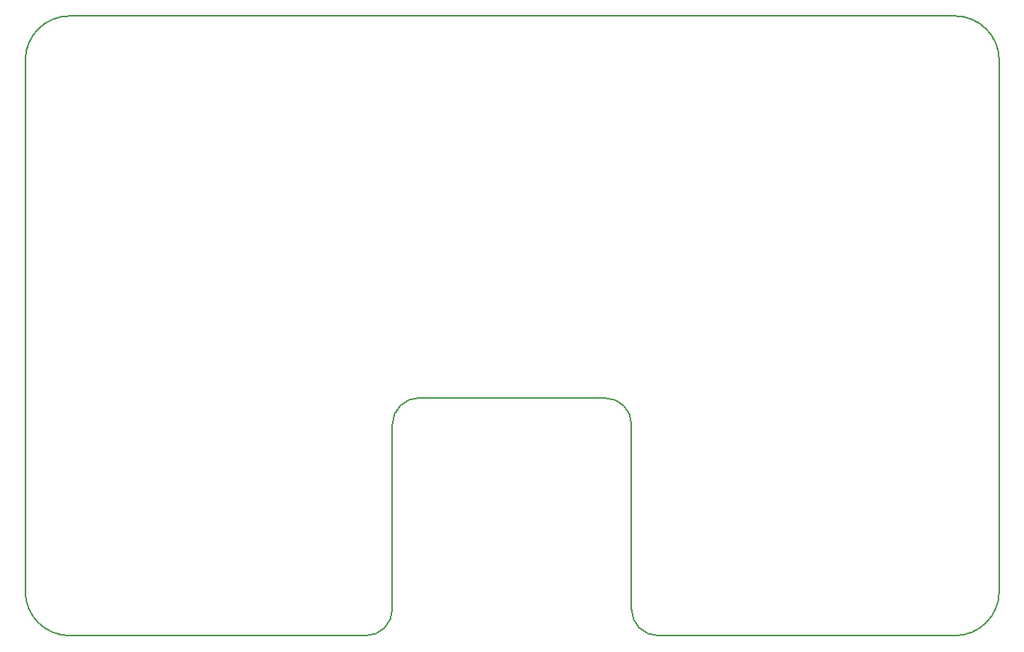
<source format=gbr>
%TF.GenerationSoftware,KiCad,Pcbnew,7.0.7*%
%TF.CreationDate,2023-12-09T23:49:39+01:00*%
%TF.ProjectId,Untitled,556e7469-746c-4656-942e-6b696361645f,rev?*%
%TF.SameCoordinates,Original*%
%TF.FileFunction,Profile,NP*%
%FSLAX46Y46*%
G04 Gerber Fmt 4.6, Leading zero omitted, Abs format (unit mm)*
G04 Created by KiCad (PCBNEW 7.0.7) date 2023-12-09 23:49:39*
%MOMM*%
%LPD*%
G01*
G04 APERTURE LIST*
%TA.AperFunction,Profile*%
%ADD10C,0.200000*%
%TD*%
G04 APERTURE END LIST*
D10*
X134313025Y-126403429D02*
X134313025Y-105555870D01*
X97851297Y-129403429D02*
X131313025Y-129403429D01*
X137313025Y-102555925D02*
G75*
G03*
X134313025Y-105555870I-25J-2999975D01*
G01*
X161318130Y-105555870D02*
G75*
G03*
X158318052Y-102555870I-3000030J-30D01*
G01*
X197851297Y-59403429D02*
X97851297Y-59403429D01*
X164318052Y-129403429D02*
X197851297Y-129403429D01*
X92851297Y-64403429D02*
X92851297Y-124403429D01*
X197851297Y-129403397D02*
G75*
G03*
X202851297Y-124403429I3J4999997D01*
G01*
X97851297Y-59403427D02*
G75*
G03*
X92851297Y-64403429I43J-5000043D01*
G01*
X131313025Y-129403425D02*
G75*
G03*
X134313025Y-126403429I-25J3000025D01*
G01*
X137313025Y-102555870D02*
X158318052Y-102555870D01*
X202851271Y-64403429D02*
G75*
G03*
X197851297Y-59403429I-4999971J29D01*
G01*
X161318052Y-105555870D02*
X161318052Y-126403429D01*
X92851271Y-124403429D02*
G75*
G03*
X97851297Y-129403429I5000029J29D01*
G01*
X202851297Y-124403429D02*
X202851297Y-64403429D01*
X161318071Y-126403429D02*
G75*
G03*
X164318052Y-129403429I3000029J29D01*
G01*
M02*

</source>
